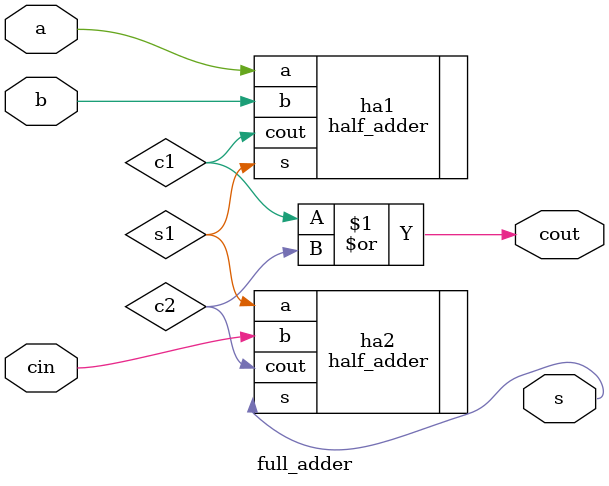
<source format=sv>
module full_adder (
    input logic a,
    input logic b,
    input logic cin,
    output logic s,
    output logic cout
);
    logic s1, c1, c2;

    half_adder ha1(
        .a(a),
        .b(b),
        .s(s1),
        .cout(c1)
    );

    half_adder ha2(
        .a(s1),
        .b(cin),
        .s(s),
        .cout(c2)
    );

    assign cout = c1 | c2;
endmodule

</source>
